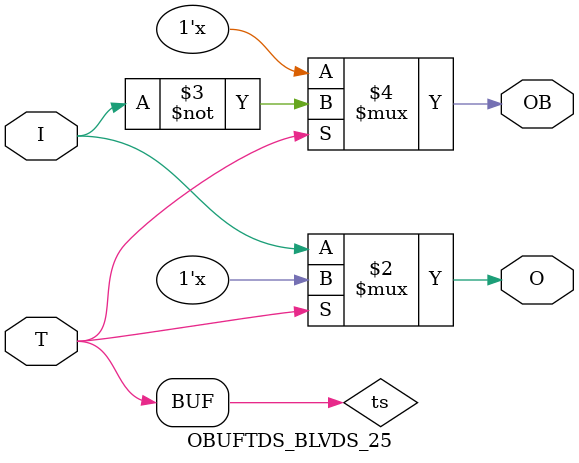
<source format=v>

/*

FUNCTION	: TRI-STATE OUTPUT BUFFER

*/

`celldefine
`timescale  100 ps / 10 ps

module OBUFTDS_BLVDS_25 (O, OB, I, T);

    output O, OB;

    input  I, T;

    or O1 (ts, 1'b0, T);
    bufif0 B1 (O, I, ts);
    notif0 N1 (OB, I, ts);

endmodule

</source>
